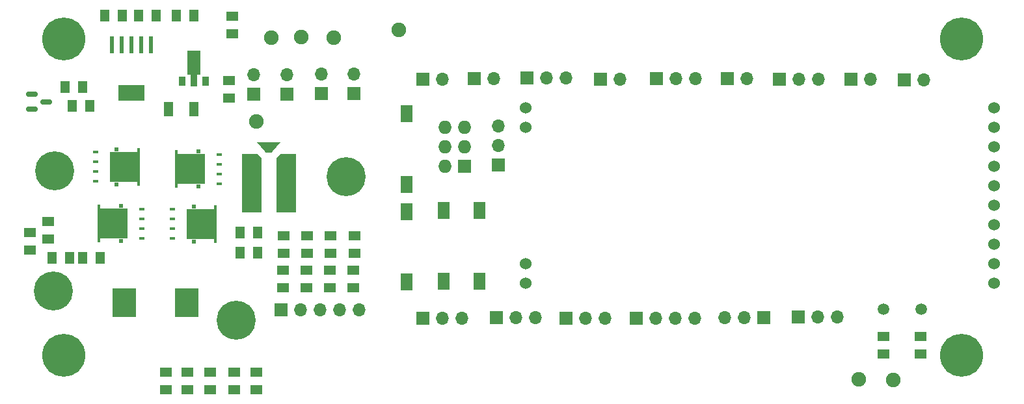
<source format=gts>
<<<<<<< HEAD:sirius/BMB/BMB-F_Mask.gbr
%TF.GenerationSoftware,KiCad,Pcbnew,7.0.7*%
%TF.CreationDate,2023-11-14T12:33:42-05:00*%
%TF.ProjectId,BMB,424d422e-6b69-4636-9164-5f7063625858,rev?*%
%TF.SameCoordinates,Original*%
%TF.FileFunction,Soldermask,Top*%
%TF.FilePolarity,Negative*%
%FSLAX46Y46*%
G04 Gerber Fmt 4.6, Leading zero omitted, Abs format (unit mm)*
G04 Created by KiCad (PCBNEW 7.0.7) date 2023-11-14 12:33:42*
=======
G04 #@! TF.GenerationSoftware,KiCad,Pcbnew,7.0.8*
G04 #@! TF.CreationDate,2023-11-18T20:48:15-05:00*
G04 #@! TF.ProjectId,BMB,424d422e-6b69-4636-9164-5f7063625858,rev?*
G04 #@! TF.SameCoordinates,Original*
G04 #@! TF.FileFunction,Soldermask,Top*
G04 #@! TF.FilePolarity,Negative*
%FSLAX46Y46*%
G04 Gerber Fmt 4.6, Leading zero omitted, Abs format (unit mm)*
G04 Created by KiCad (PCBNEW 7.0.8) date 2023-11-18 20:48:15*
>>>>>>> 65deff486ed9ad387c3739b0de2a9b27093dad2d:sirius/BMB/BMB-gerbers/BMB-F_Mask.gts
%MOMM*%
%LPD*%
G01*
G04 APERTURE LIST*
G04 Aperture macros list*
%AMRoundRect*
0 Rectangle with rounded corners*
0 $1 Rounding radius*
0 $2 $3 $4 $5 $6 $7 $8 $9 X,Y pos of 4 corners*
0 Add a 4 corners polygon primitive as box body*
4,1,4,$2,$3,$4,$5,$6,$7,$8,$9,$2,$3,0*
0 Add four circle primitives for the rounded corners*
1,1,$1+$1,$2,$3*
1,1,$1+$1,$4,$5*
1,1,$1+$1,$6,$7*
1,1,$1+$1,$8,$9*
0 Add four rect primitives between the rounded corners*
20,1,$1+$1,$2,$3,$4,$5,0*
20,1,$1+$1,$4,$5,$6,$7,0*
20,1,$1+$1,$6,$7,$8,$9,0*
20,1,$1+$1,$8,$9,$2,$3,0*%
%AMOutline4P*
0 Free polygon, 4 corners , with rotation*
0 The origin of the aperture is its center*
0 number of corners: always 4*
0 $1 to $8 corner X, Y*
0 $9 Rotation angle, in degrees counterclockwise*
0 create outline with 4 corners*
4,1,4,$1,$2,$3,$4,$5,$6,$7,$8,$1,$2,$9*%
%AMOutline5P*
0 Free polygon, 5 corners , with rotation*
0 The origin of the aperture is its center*
0 number of corners: always 5*
0 $1 to $10 corner X, Y*
0 $11 Rotation angle, in degrees counterclockwise*
0 create outline with 5 corners*
4,1,5,$1,$2,$3,$4,$5,$6,$7,$8,$9,$10,$1,$2,$11*%
%AMOutline6P*
0 Free polygon, 6 corners , with rotation*
0 The origin of the aperture is its center*
0 number of corners: always 6*
0 $1 to $12 corner X, Y*
0 $13 Rotation angle, in degrees counterclockwise*
0 create outline with 6 corners*
4,1,6,$1,$2,$3,$4,$5,$6,$7,$8,$9,$10,$11,$12,$1,$2,$13*%
%AMOutline7P*
0 Free polygon, 7 corners , with rotation*
0 The origin of the aperture is its center*
0 number of corners: always 7*
0 $1 to $14 corner X, Y*
0 $15 Rotation angle, in degrees counterclockwise*
0 create outline with 7 corners*
4,1,7,$1,$2,$3,$4,$5,$6,$7,$8,$9,$10,$11,$12,$13,$14,$1,$2,$15*%
%AMOutline8P*
0 Free polygon, 8 corners , with rotation*
0 The origin of the aperture is its center*
0 number of corners: always 8*
0 $1 to $16 corner X, Y*
0 $17 Rotation angle, in degrees counterclockwise*
0 create outline with 8 corners*
4,1,8,$1,$2,$3,$4,$5,$6,$7,$8,$9,$10,$11,$12,$13,$14,$15,$16,$1,$2,$17*%
%AMFreePoly0*
4,1,9,3.862500,-0.866500,0.737500,-0.866500,0.737500,-0.450000,-0.737500,-0.450000,-0.737500,0.450000,0.737500,0.450000,0.737500,0.866500,3.862500,0.866500,3.862500,-0.866500,3.862500,-0.866500,$1*%
G04 Aperture macros list end*
%ADD10R,1.600000X2.180000*%
%ADD11C,1.905000*%
%ADD12R,1.727200X1.727200*%
%ADD13O,1.727200X1.727200*%
%ADD14C,5.080000*%
%ADD15R,1.524000X1.270000*%
%ADD16C,5.600000*%
%ADD17RoundRect,0.102500X0.257500X0.102500X-0.257500X0.102500X-0.257500X-0.102500X0.257500X-0.102500X0*%
%ADD18R,0.510000X0.585000*%
%ADD19R,3.990000X3.960000*%
%ADD20R,0.410000X0.470000*%
%ADD21R,1.270000X1.524000*%
%ADD22R,1.700000X1.700000*%
%ADD23O,1.700000X1.700000*%
%ADD24RoundRect,0.102500X-0.257500X-0.102500X0.257500X-0.102500X0.257500X0.102500X-0.257500X0.102500X0*%
%ADD25R,0.900000X1.300000*%
%ADD26FreePoly0,90.000000*%
%ADD27R,0.600000X2.200000*%
%ADD28R,3.450000X2.150000*%
%ADD29R,3.048000X3.683000*%
%ADD30R,1.270000X1.905000*%
%ADD31RoundRect,0.150000X-0.587500X-0.150000X0.587500X-0.150000X0.587500X0.150000X-0.587500X0.150000X0*%
%ADD32C,1.524000*%
%ADD33Outline5P,-3.810000X1.270000X3.810000X1.270000X3.810000X-1.270000X-3.302000X-1.270000X-3.810000X-0.762000X270.000000*%
%ADD34Outline4P,-1.514475X-0.663575X1.514475X-0.663575X0.371475X0.663575X-0.371475X0.663575X180.000000*%
%ADD35Outline5P,-3.810000X0.762000X-3.302000X1.270000X3.810000X1.270000X3.810000X-1.270000X-3.810000X-1.270000X270.000000*%
%ADD36C,1.501140*%
G04 APERTURE END LIST*
D10*
X149229640Y-102148740D03*
X149225000Y-111353600D03*
D11*
X134874000Y-79552800D03*
D12*
X151892000Y-96393000D03*
D13*
X149352000Y-96393000D03*
X151892000Y-93853000D03*
X149352000Y-93853000D03*
X151892000Y-91313000D03*
X149352000Y-91313000D03*
D14*
X136549032Y-97703442D03*
D15*
X124790200Y-125450600D03*
X124790200Y-123164600D03*
D16*
X99745800Y-79756000D03*
X99745800Y-121031000D03*
D17*
X119994132Y-98597642D03*
X119994132Y-97327642D03*
X119994132Y-96057642D03*
X119994132Y-94787642D03*
D18*
X117279132Y-98965142D03*
X117279132Y-94420142D03*
D19*
X116199132Y-96692642D03*
D20*
X114409132Y-98907642D03*
X114409132Y-94477642D03*
D21*
X124966632Y-107584042D03*
X122680632Y-107584042D03*
D22*
X146481800Y-116128800D03*
D23*
X149021800Y-116128800D03*
X151561800Y-116128800D03*
D21*
X103124000Y-88468200D03*
X100838000Y-88468200D03*
X105079800Y-76682600D03*
X107365800Y-76682600D03*
D17*
X109890800Y-105714800D03*
X109890800Y-104444800D03*
X109890800Y-103174800D03*
X109890800Y-101904800D03*
D18*
X107175800Y-106082300D03*
X107175800Y-101537300D03*
D19*
X106095800Y-103809800D03*
D20*
X104305800Y-106024800D03*
X104305800Y-101594800D03*
D24*
X103911832Y-94508442D03*
X103911832Y-95778442D03*
X103911832Y-97048442D03*
X103911832Y-98318442D03*
D18*
X106626832Y-94140942D03*
X106626832Y-98685942D03*
D19*
X107706832Y-96413442D03*
D20*
X109496832Y-94198442D03*
X109496832Y-98628442D03*
D22*
X195351400Y-116001801D03*
D23*
X197891400Y-116001801D03*
X200431400Y-116001801D03*
D22*
X128778000Y-86949200D03*
D23*
X128778000Y-84409200D03*
D22*
X160020000Y-84836000D03*
D23*
X162560000Y-84836000D03*
X165100000Y-84836000D03*
D22*
X133273800Y-86868000D03*
D23*
X133273800Y-84328000D03*
D11*
X143357600Y-78587600D03*
D25*
X115189800Y-85267800D03*
D26*
X116689800Y-85180300D03*
D25*
X118189800Y-85267800D03*
D15*
X115849400Y-125450600D03*
X115849400Y-123164600D03*
D22*
X186131200Y-84937600D03*
D23*
X188671200Y-84937600D03*
D21*
X122680632Y-105018642D03*
X124966632Y-105018642D03*
D22*
X202184000Y-85039200D03*
D23*
X204724000Y-85039200D03*
D22*
X146486800Y-85013800D03*
D23*
X149026800Y-85013800D03*
D22*
X192918000Y-85039200D03*
D23*
X195458000Y-85039200D03*
X197998000Y-85039200D03*
D27*
X111127200Y-80510500D03*
X109857200Y-80510500D03*
X108587200Y-80510500D03*
X107317200Y-80510500D03*
X106047200Y-80510500D03*
D28*
X108587200Y-86810500D03*
D21*
X104470200Y-108331000D03*
X102184200Y-108331000D03*
D15*
X137568400Y-107721400D03*
X137568400Y-105435400D03*
D22*
X156083000Y-116103401D03*
D23*
X158623000Y-116103401D03*
X161163000Y-116103401D03*
D10*
X144362120Y-102240280D03*
X144357480Y-111445140D03*
D22*
X124460000Y-86949200D03*
D23*
X124460000Y-84409200D03*
D11*
X203225400Y-124155200D03*
D29*
X115798600Y-114147600D03*
X107670600Y-114147600D03*
D15*
X95402400Y-105029000D03*
X95402400Y-107315000D03*
X121285000Y-87477600D03*
X121285000Y-85191600D03*
X113080800Y-125450600D03*
X113080800Y-123164600D03*
X134518400Y-105435400D03*
X134518400Y-107721400D03*
X131364800Y-112217200D03*
X131364800Y-109931200D03*
X121912800Y-125450600D03*
X121912800Y-123164600D03*
D30*
X116687600Y-88874600D03*
X113385600Y-88874600D03*
D11*
X130708400Y-79527400D03*
D21*
X111760000Y-76682600D03*
X109474000Y-76682600D03*
D16*
X216585800Y-79756000D03*
D10*
X153898600Y-111302800D03*
X153903240Y-102097940D03*
D15*
X97713800Y-103581200D03*
X97713800Y-105867200D03*
D22*
X190881000Y-116052601D03*
D23*
X188341000Y-116052601D03*
X185801000Y-116052601D03*
D21*
X100533200Y-108331000D03*
X98247200Y-108331000D03*
D10*
X144352840Y-89499540D03*
X144348200Y-98704400D03*
D22*
X156362400Y-96164400D03*
D23*
X156362400Y-93624400D03*
X156362400Y-91084400D03*
D22*
X153167000Y-84963000D03*
D23*
X155707000Y-84963000D03*
D31*
X95635600Y-86984800D03*
X95635600Y-88884800D03*
X97510600Y-87934800D03*
D22*
X176860200Y-84937600D03*
D23*
X179400200Y-84937600D03*
X181940200Y-84937600D03*
D22*
X209118200Y-85064600D03*
D23*
X211658200Y-85064600D03*
D16*
X216585800Y-121031000D03*
D15*
X211302600Y-120853200D03*
X211302600Y-118567200D03*
D32*
X220802200Y-111582200D03*
X220802200Y-109042200D03*
X220802200Y-106502200D03*
X220802200Y-103962200D03*
X220802200Y-101422200D03*
X220802200Y-98882200D03*
X220802200Y-96342200D03*
X220802200Y-93802200D03*
X220802200Y-91262200D03*
X220802200Y-88722200D03*
X159842200Y-88722200D03*
X159842200Y-91262200D03*
X159842200Y-109042200D03*
X159842200Y-111582200D03*
D22*
X165150800Y-116154200D03*
D23*
X167690800Y-116154200D03*
X170230800Y-116154200D03*
D15*
X121691400Y-79070200D03*
X121691400Y-76784200D03*
X131447000Y-105384600D03*
X131447000Y-107670600D03*
D14*
X98425000Y-112649000D03*
X122199400Y-116408200D03*
D11*
X126796800Y-79603600D03*
D15*
X118846600Y-125450600D03*
X118846600Y-123164600D03*
D14*
X98576032Y-96941442D03*
D24*
X113941300Y-101955800D03*
X113941300Y-103225800D03*
X113941300Y-104495800D03*
X113941300Y-105765800D03*
D18*
X116656300Y-101588300D03*
X116656300Y-106133300D03*
D19*
X117736300Y-103860800D03*
D20*
X119526300Y-101645800D03*
X119526300Y-106075800D03*
D33*
X128713132Y-98554342D03*
D34*
X126452532Y-93902967D03*
D35*
X124191932Y-98554342D03*
D22*
X169621200Y-85013800D03*
D23*
X172161200Y-85013800D03*
D21*
X116738400Y-76733400D03*
X114452400Y-76733400D03*
D15*
X206476600Y-120853200D03*
X206476600Y-118567200D03*
D11*
X207721200Y-124231400D03*
D15*
X137464800Y-112217200D03*
X137464800Y-109931200D03*
D11*
X124841000Y-90525600D03*
D22*
X128016000Y-115036600D03*
D23*
X130556000Y-115036600D03*
X133096000Y-115036600D03*
X135636000Y-115036600D03*
X138176000Y-115036600D03*
D22*
X137541000Y-86898400D03*
D23*
X137541000Y-84358400D03*
D15*
X128314800Y-112217200D03*
X128314800Y-109931200D03*
D22*
X174244000Y-116154201D03*
D23*
X176784000Y-116154201D03*
X179324000Y-116154201D03*
X181864000Y-116154201D03*
D15*
X134414800Y-112217200D03*
X134414800Y-109931200D03*
D21*
X99974400Y-86004400D03*
X102260400Y-86004400D03*
D15*
X128397000Y-105384600D03*
X128397000Y-107670600D03*
D36*
X206448660Y-115011200D03*
X211330540Y-115011200D03*
M02*

</source>
